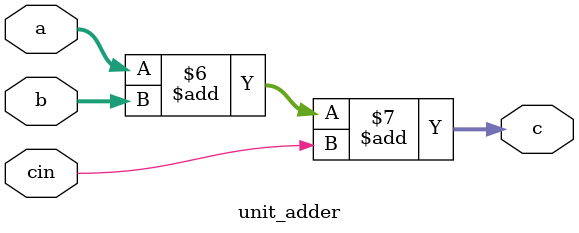
<source format=v>
`timescale 1ns / 1ps


module addition_3072_128
#(parameter Block = 128, Size_add = Block*25, Size_c0 = 25, Size_c1 = 24)
(
    input [Size_add-1:0] a,
    input [Size_add-1:0] b,
    input clk,
    input rst_n,
    input en,
    output [Size_add-1:0] c,
    //output reg c_top,
    output reg en_out
    );
    reg [11:0] reg_length;
    reg [Block-1:0] reg_c[Size_c0-1:0];
    assign c = {reg_c[24], reg_c[23], reg_c[22], reg_c[21], reg_c[20], reg_c[19], reg_c[18], reg_c[17], reg_c[16], reg_c[15], reg_c[14], reg_c[13], reg_c[12], reg_c[11], reg_c[10], reg_c[9], reg_c[8], reg_c[7], reg_c[6], reg_c[5], reg_c[4], reg_c[3], reg_c[2], reg_c[1], reg_c[0]};
    wire [Block:0] cout[Size_c0-1:0];
    reg [Block:0] c_0[Size_c0-1:0];
    reg [Block:0] c_1[Size_c0-1:0];
    
    
    reg cin;
    reg [1:0] flag;
    integer i;
    always @(posedge clk) begin
        if(~rst_n) begin
            for(i=0;i<Size_c0;i=i+1) begin
                reg_c[i] = 0;
            end
        end
        else if(flag==2'b11) begin
            reg_c[0] = c_0[0][Block-1:0];
            cin = c_0[0][Block];
            for(i=1;i<Size_c0;i=i+1) begin
                if(cin==1) begin
                    reg_c[i] = c_1[i][Block-1:0];
                    cin = c_1[i][Block];
                end
                else begin
                    reg_c[i] = c_0[i][Block-1:0];
                    cin = c_0[i][Block];
                end
            end
        end
    end
    
    always @(posedge clk) begin
        if(~rst_n) begin
            en_out <= 0;
        end
        else if(flag==2'b11) begin
            en_out <= 1;
        end
        else begin
            en_out <= 0;
        end
    end
    
    integer j;
    always @(posedge clk) begin
        if(~rst_n) begin
            flag <= 2'b00;
            for(j=0;j<Size_c0;j=j+1) begin
                c_0[j] <= 0;
            end
        end
        else if(en) begin
            for(j=0;j<Size_c0;j=j+1) begin
                c_0[j] <= cout[j];
            end
            flag <= 2'b01;
        end
        else if(flag==2'b01) begin
            for(j=0;j<Size_c0;j=j+1) begin
                c_1[j] <= cout[j];
            end
            flag <= 2'b11;
        end
        else if(flag==2'b11) begin
            flag <= 2'b00;
        end
    end
    
    genvar p;
    generate
        for(p=0;p<Size_c0;p=p+1) begin
            unit_adder unit_adder_0(a[Block*p+:Block], b[Block*p+:Block], flag[0], cout[p]);
        end
    endgenerate 
endmodule

module unit_adder
#(parameter Block = 128)
(
    input [Block-1:0] a,
    input [Block-1:0] b,
    input cin,
    output [Block:0] c
);
    assign c = a+b+cin;
endmodule

</source>
